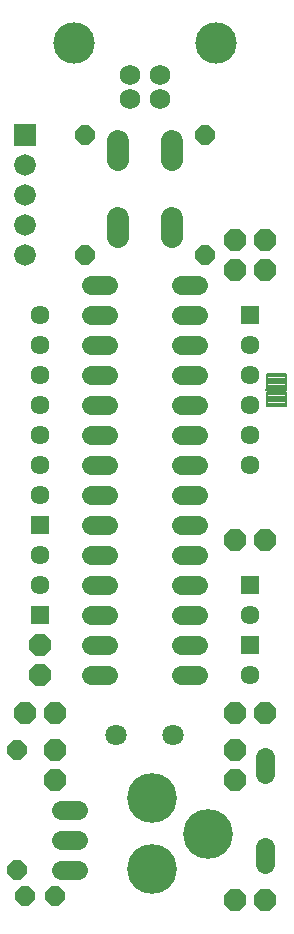
<source format=gbs>
G75*
G70*
%OFA0B0*%
%FSLAX24Y24*%
%IPPOS*%
%LPD*%
%AMOC8*
5,1,8,0,0,1.08239X$1,22.5*
%
%ADD10C,0.0710*%
%ADD11OC8,0.0710*%
%ADD12C,0.0680*%
%ADD13C,0.1380*%
%ADD14OC8,0.0640*%
%ADD15C,0.0720*%
%ADD16C,0.0640*%
%ADD17R,0.0720X0.0720*%
%ADD18C,0.0720*%
%ADD19R,0.0635X0.0635*%
%ADD20C,0.0635*%
%ADD21C,0.1660*%
%ADD22C,0.0081*%
%ADD23R,0.0720X0.0060*%
D10*
X008293Y008002D03*
X010193Y008002D03*
D11*
X012243Y007502D03*
X012243Y006502D03*
X012243Y008752D03*
X013243Y008752D03*
X013243Y014502D03*
X012243Y014502D03*
X012243Y023502D03*
X012243Y024502D03*
X013243Y024502D03*
X013243Y023502D03*
X005743Y011002D03*
X005743Y010002D03*
X005243Y008752D03*
X006243Y008752D03*
X006243Y007502D03*
X006243Y006502D03*
X012243Y002502D03*
X013243Y002502D03*
D12*
X009735Y029222D03*
X009735Y030002D03*
X008751Y030002D03*
X008751Y029222D03*
D13*
X006873Y031072D03*
X011613Y031072D03*
D14*
X004993Y003502D03*
X005243Y002627D03*
X006243Y002627D03*
X004993Y007502D03*
X007243Y024002D03*
X007243Y028002D03*
X011243Y028002D03*
X011243Y024002D03*
D15*
X010133Y024602D02*
X010133Y025242D01*
X010133Y027162D02*
X010133Y027802D01*
X008353Y027802D02*
X008353Y027162D01*
X008353Y025242D02*
X008353Y024602D01*
D16*
X008023Y023002D02*
X007463Y023002D01*
X007463Y022002D02*
X008023Y022002D01*
X008023Y021002D02*
X007463Y021002D01*
X007463Y020002D02*
X008023Y020002D01*
X008023Y019002D02*
X007463Y019002D01*
X007463Y018002D02*
X008023Y018002D01*
X008023Y017002D02*
X007463Y017002D01*
X007463Y016002D02*
X008023Y016002D01*
X008023Y015002D02*
X007463Y015002D01*
X007463Y014002D02*
X008023Y014002D01*
X008023Y013002D02*
X007463Y013002D01*
X007463Y012002D02*
X008023Y012002D01*
X008023Y011002D02*
X007463Y011002D01*
X007463Y010002D02*
X008023Y010002D01*
X010463Y010002D02*
X011023Y010002D01*
X011023Y011002D02*
X010463Y011002D01*
X010463Y012002D02*
X011023Y012002D01*
X011023Y013002D02*
X010463Y013002D01*
X010463Y014002D02*
X011023Y014002D01*
X011023Y015002D02*
X010463Y015002D01*
X010463Y016002D02*
X011023Y016002D01*
X011023Y017002D02*
X010463Y017002D01*
X010463Y018002D02*
X011023Y018002D01*
X011023Y019002D02*
X010463Y019002D01*
X010463Y020002D02*
X011023Y020002D01*
X011023Y021002D02*
X010463Y021002D01*
X010463Y022002D02*
X011023Y022002D01*
X011023Y023002D02*
X010463Y023002D01*
X013243Y007282D02*
X013243Y006722D01*
X013243Y004282D02*
X013243Y003722D01*
X007023Y003502D02*
X006463Y003502D01*
X006463Y004502D02*
X007023Y004502D01*
X007023Y005502D02*
X006463Y005502D01*
D17*
X005243Y028002D03*
D18*
X005243Y027002D03*
X005243Y026002D03*
X005243Y025002D03*
X005243Y024002D03*
D19*
X005743Y015002D03*
X005743Y012002D03*
X012743Y013002D03*
X012743Y011002D03*
X012743Y022002D03*
D20*
X012743Y021002D03*
X012743Y020002D03*
X012743Y019002D03*
X012743Y018002D03*
X012743Y017002D03*
X012743Y012002D03*
X012743Y010002D03*
X005743Y013002D03*
X005743Y014002D03*
X005743Y016002D03*
X005743Y017002D03*
X005743Y018002D03*
X005743Y019002D03*
X005743Y020002D03*
X005743Y021002D03*
X005743Y022002D03*
D21*
X009493Y005895D03*
X009493Y003533D03*
X011344Y004714D03*
D22*
X013933Y018972D02*
X013933Y019432D01*
X013933Y018972D02*
X013303Y018972D01*
X013303Y019432D01*
X013933Y019432D01*
X013933Y019052D02*
X013303Y019052D01*
X013303Y019132D02*
X013933Y019132D01*
X013933Y019212D02*
X013303Y019212D01*
X013303Y019292D02*
X013933Y019292D01*
X013933Y019372D02*
X013303Y019372D01*
X013933Y019572D02*
X013933Y020032D01*
X013933Y019572D02*
X013303Y019572D01*
X013303Y020032D01*
X013933Y020032D01*
X013933Y019652D02*
X013303Y019652D01*
X013303Y019732D02*
X013933Y019732D01*
X013933Y019812D02*
X013303Y019812D01*
X013303Y019892D02*
X013933Y019892D01*
X013933Y019972D02*
X013303Y019972D01*
D23*
X013618Y019502D03*
M02*

</source>
